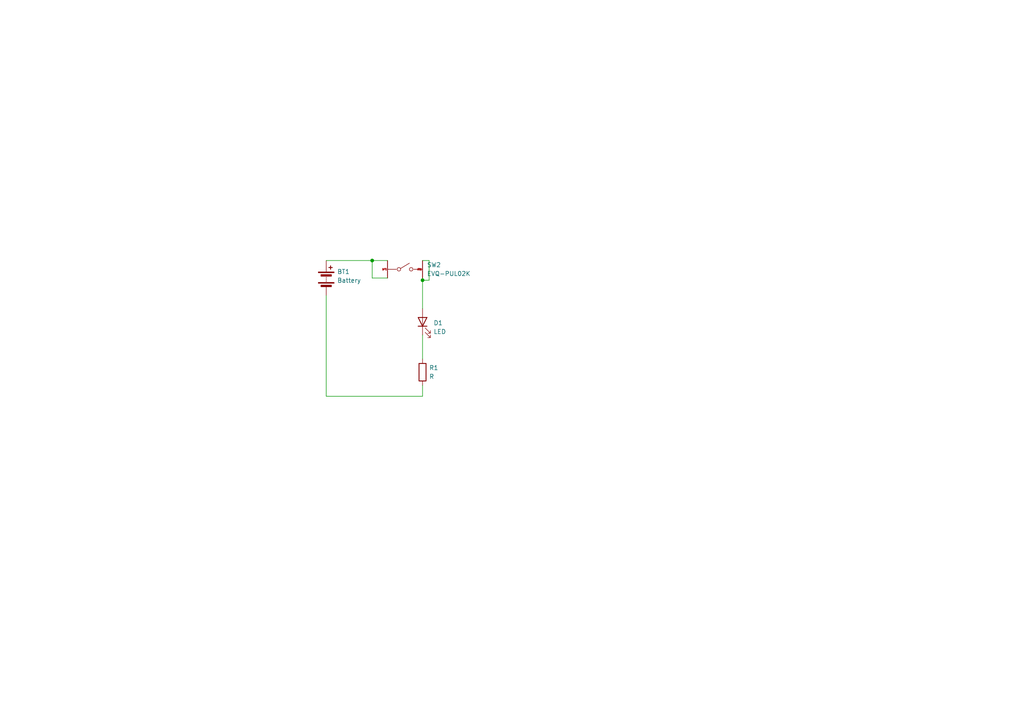
<source format=kicad_sch>
(kicad_sch (version 20230121) (generator eeschema)
  (paper "A4")
  (lib_symbols
    (symbol "Device:Battery" (pin_numbers hide) (pin_names (offset 0) hide)
      (property "Reference" "BT" (at 2.54 2.54 0))
      (property "Value" "Battery" (at 2.54 0 0))
      (symbol "Battery_0_1"
        (rectangle (start -2.286 -1.27) (end 2.286 -1.524) (fill (type outline)))
        (rectangle (start -2.286 1.778) (end 2.286 1.524) (fill (type outline)))
        (rectangle (start -1.524 -2.032) (end 1.524 -2.54) (fill (type outline)))
        (rectangle (start -1.524 1.016) (end 1.524 0.508) (fill (type outline)))
        (polyline (pts (xy 0 -1.016) (xy 0 -0.762)))
        (polyline (pts (xy 0 -0.508) (xy 0 -0.254)))
        (polyline (pts (xy 0 0) (xy 0 0.254)))
        (polyline (pts (xy 0 1.778) (xy 0 2.54)))
        (polyline (pts (xy 0.762 3.048) (xy 1.778 3.048)) (stroke (width 0.254)))
        (polyline (pts (xy 1.27 3.556) (xy 1.27 2.54)) (stroke (width 0.254)))
      )
      (symbol "Battery_1_1"
        (pin passive line (at 0 5.08 270) (length 2.54) (name "+") (number "1"))
        (pin passive line (at 0 -5.08 90) (length 2.54) (name "-") (number "2"))
      )
    )
    (symbol "Device:LED" (pin_numbers hide) (pin_names (offset 1.016) hide)
      (property "Reference" "D" (at 0 2.54 0))
      (property "Value" "LED" (at 0 -2.54 0))
      (symbol "LED_0_1"
        (polyline (pts (xy -1.27 -1.27) (xy -1.27 1.27)) (stroke (width 0.254)))
        (polyline (pts (xy -1.27 0) (xy 1.27 0)))
        (polyline (pts (xy 1.27 -1.27) (xy 1.27 1.27) (xy -1.27 0) (xy 1.27 -1.27)) (stroke (width 0.254)))
        (polyline (pts (xy -3.048 -0.762) (xy -4.572 -2.286) (xy -3.81 -2.286) (xy -4.572 -2.286) (xy -4.572 -1.524)))
        (polyline (pts (xy -1.778 -0.762) (xy -3.302 -2.286) (xy -2.54 -2.286) (xy -3.302 -2.286) (xy -3.302 -1.524)))
      )
      (symbol "LED_1_1"
        (pin passive line (at -3.81 0 0) (length 2.54) (name "K") (number "1"))
        (pin passive line (at 3.81 0 180) (length 2.54) (name "A") (number "2"))
      )
    )
    (symbol "Device:R" (pin_numbers hide) (pin_names (offset 0))
      (property "Reference" "R" (at 2.032 0 90))
      (property "Value" "R" (at 0 0 90))
      (symbol "R_0_1"
        (rectangle (start -1.016 -2.54) (end 1.016 2.54) (stroke (width 0.254)))
      )
      (symbol "R_1_1"
        (pin passive line (at 0 3.81 270) (length 1.27) (name "~") (number "1"))
        (pin passive line (at 0 -3.81 90) (length 1.27) (name "~") (number "2"))
      )
    )
    (symbol "eec:EVQ-PUL02K" (pin_names (offset 1.016))
      (property "Reference" "SW" (at 0 0 0))
      (property "Value" "EVQ-PUL02K" (at 0 2.54 0))
      (symbol "EVQ-PUL02K_1_1"
        (polyline (pts (xy 0 -5.08) (xy 2.54 -5.08)))
        (polyline (pts (xy 3.81 -4.826) (xy 6.35 -3.302)))
        (polyline (pts (xy 10.16 -5.08) (xy 7.62 -5.08)))
        (circle (center 3.302 -5.08) (radius 0.508))
        (circle (center 6.858 -5.08) (radius 0.508))
        (pin unspecified line (at 0 -2.54 270) (length 5.08) (name "1") (number "1"))
        (pin unspecified line (at 10.16 -2.54 270) (length 5.08) (name "2") (number "2"))
        (pin unspecified line (at 0 -7.62 90) (length 5.08) (name "3") (number "3"))
        (pin unspecified line (at 10.16 -7.62 90) (length 5.08) (name "4") (number "4"))
      )
    )
  )
  (junction (at 107.95 75.565))
  (junction (at 122.555 81.28))
  (wire (pts (xy 94.615 114.935) (xy 94.615 85.725)))
  (wire (pts (xy 122.555 114.935) (xy 94.615 114.935)))
  (wire (pts (xy 124.46 75.565) (xy 122.555 75.565)))
  (wire (pts (xy 122.555 81.28) (xy 122.555 89.535)))
  (wire (pts (xy 107.95 80.645) (xy 112.395 80.645)))
  (wire (pts (xy 122.555 97.155) (xy 122.555 104.14)))
  (wire (pts (xy 124.46 81.28) (xy 124.46 75.565)))
  (wire (pts (xy 107.95 75.565) (xy 112.395 75.565)))
  (wire (pts (xy 94.615 75.565) (xy 107.95 75.565)))
  (wire (pts (xy 122.555 111.76) (xy 122.555 114.935)))
  (wire (pts (xy 122.555 81.28) (xy 124.46 81.28)))
  (wire (pts (xy 107.95 75.565) (xy 107.95 80.645)))
  (wire (pts (xy 122.555 80.645) (xy 122.555 81.28)))
  (symbol (lib_id "Device:Battery") (at 94.615 80.645 0) (unit 1)
    (property "Reference" "BT1" (at 97.79 78.8035 0) (effects (justify left)))
    (property "Value" "Battery" (at 97.79 81.3435 0) (effects (justify left)))
    (property "Footprint" "Battery:BatteryHolder_Multicomp_BC-2001_1x2032" (effects hide))
  )
  (symbol (lib_id "Device:LED") (at 122.555 93.345 90) (unit 1)
    (property "Reference" "D1" (at 125.73 93.6625 90) (effects (justify right)))
    (property "Value" "LED" (at 125.73 96.2025 90) (effects (justify right)))
    (property "Footprint" "LED_SMD:LED_0805_2012Metric" (effects hide))
  )
  (symbol (lib_id "Device:R") (at 122.555 107.95 0) (unit 1)
    (property "Reference" "R1" (at 124.46 106.68 0) (effects (justify left)))
    (property "Value" "R" (at 124.46 109.22 0) (effects (justify left)))
    (property "Footprint" "Resistor_SMD:R_0805_2012Metric" (effects hide))
  )
  (symbol (lib_id "eec:EVQ-PUL02K") (at 112.395 73.025 0) (unit 1)
    (property "Reference" "SW2" (at 123.825 76.835 0) (effects (justify left)))
    (property "Value" "EVQ-PUL02K" (at 123.825 79.375 0) (effects (justify left)))
    (property "Footprint" "spareparts:Panasonic-EVQ-PUL02K-0" (effects hide))
    (property "Datasheet" "https://na.industrial.panasonic.com/products/electromechanical/switches/light-touch-tactile-switches/series/small-sized-side-operational-smd/3459/model/EVQPUL02K" (effects hide))
    (property "category" "Switch" (effects hide))
    (property "digikey description" "SWITCH TACTILE SPST-NO 0.05A 12V" (effects hide))
    (property "digikey part number" "P10853SCT-ND" (effects hide))
    (property "lead free" "yes" (effects hide))
    (property "library id" "7bffb30edc49946d" (effects hide))
    (property "manufacturer" "Panasonic" (effects hide))
    (property "mouser part number" "667-EVQ-PUL02K" (effects hide))
    (property "package" "SMD_TACT_SWITCH" (effects hide))
    (property "rohs" "yes" (effects hide))
    (property "temperature range high" "+70°C" (effects hide))
    (property "temperature range low" "-20°C" (effects hide))
  )
)
</source>
